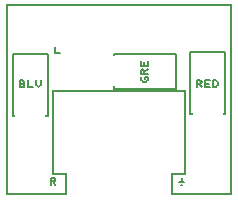
<source format=gto>
G04*
G04 Format:               Gerber RS-274X*
G04 Export Settings:      OSH Park*
G04 Layer:                TopSilkscreen*
G04 This File Name:       multiout.gto*
G04 Source File Name:     multiout.rrb*
G04 Unique ID:            f070ccaf-7153-4cd8-b911-aa9a0e54cd1d*
G04 Generated Date:       Monday, 19 February 2018 14:41:45*
G04*
G04 Created Using:        Robot Room Copper Connection v3.0.5875*
G04 Software Contact:     http://www.robotroom.com/CopperConnection/Support.aspx*
G04 License Number:       1880*
G04*
G04 Zero Suppression:     Leading*
G04 Number Precision:     2.4*
G04*
%FSLAX24Y24*%
%MOIN*%
%LNTopSilkscreen*%
%ADD10C,.006*%
%ADD11C,.007*%
%ADD12R,.007X.007*%
%ADD13R,.0709X.0984*%
%ADD14R,.075X.1213*%
%ADD15R,.0984X.0709*%
%ADD16R,.0984X.0984*%
%ADD17R,.0984X.1102*%
%ADD18R,.0984X.1496*%
%ADD19R,.1496X.0984*%
D10*
G01X7283Y4734D02*
Y2667D01*
X6102D01*
Y4734D01*
X7283D01*
X3582Y4685D02*
X5649D01*
Y3504D01*
X3582D01*
Y4685D01*
X1378Y4684D02*
Y2617D01*
X197D01*
Y4684D01*
X1378D01*
D11*
X5832Y541D02*
Y411D01*
X5758D02*
X5907D01*
X5825Y318D02*
X5840D01*
X1476D02*
Y541D01*
X1551D01*
X1565Y540D01*
X1578Y538D01*
X1590Y533D01*
X1601Y527D01*
X1610Y519D01*
X1618Y510D01*
X1622Y500D01*
X1625Y486D01*
X1624Y475D01*
X1620Y465D01*
X1614Y456D01*
X1605Y448D01*
X1595Y441D01*
X1583Y435D01*
X1570Y432D01*
X1551Y430D01*
X1476D01*
X1532D02*
X1625Y318D01*
X6348Y3566D02*
Y3789D01*
X6423D01*
X6437Y3788D01*
X6450Y3786D01*
X6462Y3781D01*
X6473Y3775D01*
X6482Y3767D01*
X6490Y3758D01*
X6495Y3748D01*
X6497Y3734D01*
X6496Y3723D01*
X6492Y3713D01*
X6486Y3704D01*
X6477Y3696D01*
X6467Y3689D01*
X6455Y3683D01*
X6442Y3680D01*
X6423Y3678D01*
X6348D01*
X6404D02*
X6497Y3566D01*
X6768D02*
X6619D01*
Y3789D01*
X6768D01*
X6619Y3678D02*
X6731D01*
X6890Y3789D02*
X6965D01*
G74*
G02X7039Y3715I0J74D01*
G01Y3641D01*
G02X6965Y3566I74J0D01*
G01X6890D01*
Y3789D01*
X443Y3678D02*
X517D01*
X531Y3677D01*
X544Y3674D01*
X557Y3669D01*
X568Y3663D01*
X577Y3655D01*
X584Y3646D01*
X589Y3637D01*
X592Y3622D01*
X590Y3612D01*
X587Y3602D01*
X580Y3593D01*
X572Y3584D01*
X562Y3577D01*
X550Y3572D01*
X537Y3568D01*
X517Y3566D01*
X443D01*
Y3789D01*
X517D01*
X531Y3788D01*
X544Y3786D01*
X557Y3781D01*
X568Y3775D01*
X577Y3767D01*
X584Y3758D01*
X589Y3748D01*
X592Y3734D01*
X590Y3723D01*
X587Y3713D01*
X580Y3704D01*
X572Y3696D01*
X562Y3689D01*
X550Y3683D01*
X537Y3680D01*
X517Y3678D01*
X714Y3789D02*
Y3566D01*
X863D01*
X1133Y3789D02*
Y3641D01*
G02X1059Y3566I74J0D01*
X985Y3641I0J74D01*
G01Y3789D01*
X1624Y4921D02*
Y4698D01*
X1773D01*
X4608Y3852D02*
Y3889D01*
X4701D01*
Y3815D01*
G02X4627Y3740I74J0D01*
G01X4553D01*
G02X4478Y3815I0J74D01*
G01Y3889D01*
X4701Y4011D02*
X4478D01*
Y4085D01*
X4479Y4099D01*
X4482Y4112D01*
X4487Y4125D01*
X4493Y4136D01*
X4501Y4145D01*
X4510Y4152D01*
X4519Y4157D01*
X4534Y4160D01*
X4544Y4158D01*
X4554Y4155D01*
X4564Y4148D01*
X4572Y4140D01*
X4579Y4130D01*
X4584Y4118D01*
X4588Y4105D01*
X4590Y4085D01*
Y4011D01*
Y4067D02*
X4701Y4160D01*
Y4431D02*
Y4282D01*
X4478D01*
Y4431D01*
X4590Y4282D02*
Y4393D01*
%LPC*%
D13*
X5177Y4095D03*
D14*
X5264Y5652D03*
X6264D03*
X3264D03*
X4264D03*
X1264D03*
X2264D03*
D15*
X6693Y4291D03*
X787Y4241D03*
D16*
X2116Y4093D03*
D17*
X787Y689D03*
X6644Y738D03*
D18*
X6693Y2707D03*
X787D03*
D19*
X3593Y4095D03*
%LPD*%
D12*
X0Y6299D02*
X7480D01*
Y0D01*
X5512D01*
Y687D01*
X5939D01*
Y3425D01*
X1545D01*
Y687D01*
X1969D01*
Y0D01*
X0D01*
Y6299D01*
M02*

</source>
